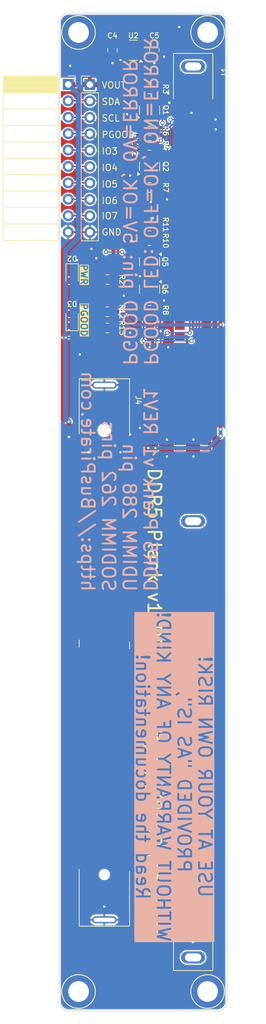
<source format=kicad_pcb>
(kicad_pcb (version 20241229) (generator "pcbnew") (generator_version "9.0")
  (layers (0 "F.Cu" signal) (2 "B.Cu" signal) (13 "F.Paste" user) (15 "B.Paste" user) (5 "F.SilkS" user "F.Silkscreen") (7 "B.SilkS" user "B.Silkscreen") (1 "F.Mask" user) (3 "B.Mask" user) (25 "Edge.Cuts" user))
  (net 0 "")
  (net 1 "BULK_VIN")
  (net 2 "PWR_GOOD_OUT")
  (net 3 "Net-(D3-A)")
  (net 4 "Net-(J2-Pin_6)")
  (net 5 "Net-(J2-Pin_9)")
  (net 6 "Net-(J2-Pin_5)")
  (net 7 "Net-(J2-Pin_8)")
  (net 8 "Net-(J2-Pin_7)")
  (net 9 "SDA")
  (net 10 "SCL")
  (net 11 "Net-(D2-A)")
  (net 12 "HSDA")
  (net 13 "HSCL")
  (net 14 "Net-(Q5-B)")
  (net 15 "Net-(Q5-E)")
  (net 16 "Net-(Q5-C)")
  (net 17 "PWR_GOOD")
  (net 200 "GND")
  (net 201 "+3.3V")
  (footprint "Capacitor_SMD:C_0805_2012Metric" (layer "F.Cu") (at 129.75 26 -90)
    (property "Reference" "C5")
    (property "Value" "10uF/6.3V")
  )
  (footprint "Resistor_SMD:R_0805_2012Metric" (layer "F.Cu") (at 129 53.25 180)
    (property "Reference" "R11")
    (property "Value" "330R")
  )
  (footprint "Package_TO_SOT_SMD:SOT-23" (layer "F.Cu") (at 129 63 -90)
    (property "Reference" "Q6")
    (property "Value" "BC817")
  )
  (footprint "Resistor_SMD:R_0805_2012Metric" (layer "F.Cu") (at 129 32)
    (property "Reference" "R3")
    (property "Value" "10K")
  )
  (footprint "Connector_PinHeader_2.54mm:PinHeader_1x10_P2.54mm_Vertical" (layer "F.Cu") (at 119.75 31.325)
    (property "Reference" "J3" (hide yes))
    (property "Value" "Conn_01x10" (hide yes))
  )
  (footprint "Connector_PinSocket_2.54mm:PinSocket_1x10_P2.54mm_Horizontal" (layer "F.Cu") (at 116.4 31.3)
    (property "Reference" "J2" (hide yes))
    (property "Value" "Conn_01x10" (hide yes))
  )
  (footprint "LED_SMD:LED_0805_2012Metric" (layer "F.Cu") (at 117 67.75 90)
    (property "Reference" "D3")
    (property "Value" "LED")
  )
  (footprint "Package_TO_SOT_SMD:SOT-23" (layer "F.Cu") (at 126.5 26 180)
    (property "Reference" "U2")
    (property "Value" "MCP1700x-330xxTT")
  )
  (footprint "footprints:DDR5 UDIMM GENERIC" (layer "F.Cu") (at 135.75 97.5 -90)
    (property "Reference" "J1")
    (property "Value" "DDR504111002KQ")
  )
  (footprint "Resistor_SMD:R_0805_2012Metric" (layer "F.Cu") (at 129 55.5)
    (property "Reference" "R10")
    (property "Value" "680R")
  )
  (footprint "Resistor_SMD:R_0805_2012Metric" (layer "F.Cu") (at 122.5 69)
    (property "Reference" "R13")
    (property "Value" "6.8K")
  )
  (footprint "Resistor_SMD:R_0805_2012Metric" (layer "F.Cu") (at 129 40.75)
    (property "Reference" "R4")
    (property "Value" "10K")
  )
  (footprint "Package_TO_SOT_SMD:SOT-23" (layer "F.Cu") (at 129 44 90)
    (property "Reference" "Q2")
    (property "Value" "BSS138")
  )
  (footprint "footprints:AMPHENOL_10160554-001SHLF" (layer "F.Cu") (at 122 119.25 -90)
    (property "Reference" "J4")
    (property "Value" "10160554-001SHLF")
  )
  (footprint "Capacitor_SMD:C_0805_2012Metric" (layer "F.Cu") (at 123.25 26 -90)
    (property "Reference" "C4")
    (property "Value" "10uF/6.3V")
  )
  (footprint "Resistor_SMD:R_0805_2012Metric" (layer "F.Cu") (at 122.5 61.5 180)
    (property "Reference" "R2")
    (property "Value" "6.8K" (hide yes))
  )
  (footprint "Package_TO_SOT_SMD:SOT-23" (layer "F.Cu") (at 129 35.25 90)
    (property "Reference" "Q1")
    (property "Value" "BSS138")
  )
  (footprint "Resistor_SMD:R_0805_2012Metric" (layer "F.Cu") (at 122.5 66.5 180)
    (property "Reference" "R12")
    (property "Value" "6.8K")
  )
  (footprint "Package_TO_SOT_SMD:SOT-23" (layer "F.Cu") (at 129 58.75 -90)
    (property "Reference" "Q5")
    (property "Value" "BC807")
  )
  (footprint "LED_SMD:LED_0805_2012Metric" (layer "F.Cu") (at 117 60.75 -90)
    (property "Reference" "D2")
    (property "Value" "LED" (hide yes))
  )
  (footprint "Resistor_SMD:R_0805_2012Metric" (layer "F.Cu") (at 129 47.25 180)
    (property "Reference" "R7")
    (property "Value" "10K")
  )
  (footprint "Resistor_SMD:R_0805_2012Metric" (layer "F.Cu") (at 129 38.5 180)
    (property "Reference" "R6")
    (property "Value" "10K")
  )
  (footprint "Resistor_SMD:R_0805_2012Metric" (layer "F.Cu") (at 129 66.25)
    (property "Reference" "R8")
    (property "Value" "1K")
  )
  (gr_circle (center 118 23.25) (end 120.6 23.25) (stroke (width 0.15)) (fill no) (layer "F.SilkS"))
  (gr_circle (center 118 171.75) (end 120.6 171.75) (stroke (width 0.15)) (fill no) (layer "F.SilkS"))
  (gr_circle (center 138 23.25) (end 140.6 23.25) (stroke (width 0.15)) (fill no) (layer "F.SilkS"))
  (gr_circle (center 138 171.75) (end 140.6 171.75) (stroke (width 0.15)) (fill no) (layer "F.SilkS"))
  (gr_line (start 116.5 20.25) (end 139.5 20.25) (stroke (width 0.1)) (layer "Edge.Cuts"))
  (gr_line (start 115 173.25) (end 115 21.75) (stroke (width 0.1)) (layer "Edge.Cuts"))
  (gr_arc (start 115 21.75) (mid 115.43934 20.68934) (end 116.5 20.25) (stroke (width 0.1)) (layer "Edge.Cuts"))
  (gr_arc (start 141 173.25) (mid 140.56066 174.31066) (end 139.5 174.75) (stroke (width 0.1)) (layer "Edge.Cuts"))
  (gr_line (start 139.5 174.75) (end 116.5 174.75) (stroke (width 0.1)) (layer "Edge.Cuts"))
  (gr_arc (start 116.5 174.75) (mid 115.43934 174.31066) (end 115 173.25) (stroke (width 0.1)) (layer "Edge.Cuts"))
  (gr_line (start 141 21.75) (end 141 173.25) (stroke (width 0.1)) (layer "Edge.Cuts"))
  (gr_arc (start 139.5 20.25) (mid 140.56066 20.68934) (end 141 21.75) (stroke (width 0.1)) (layer "Edge.Cuts"))
  (gr_text "IO7" (at 121.5 52.25 0) (layer "F.SilkS") (effects (font (size 1 1)) (justify left bottom)))
  (gr_text "PGOOD" (at 121.5 39.666665 0) (layer "F.SilkS") (effects (font (size 1 1)) (justify left bottom)))
  (gr_text "SCL" (at 121.5 37.11111 0) (layer "F.SilkS") (effects (font (size 1 1)) (justify left bottom)))
  (gr_text "PWR" (at 118.25 60.75 270) (layer "F.SilkS" knockout) (effects (font (size 1 1) (thickness 0.2) (bold yes)) (justify bottom)))
  (gr_text "GND" (at 121.5 54.75 0) (layer "F.SilkS") (effects (font (size 1 1)) (justify left bottom)))
  (gr_text "IO6" (at 121.5 49.888885 0) (layer "F.SilkS") (effects (font (size 1 1)) (justify left bottom)))
  (gr_text "PGOOD" (at 118.25 67.75 270) (layer "F.SilkS" knockout) (effects (font (size 1 1) (thickness 0.2) (bold yes)) (justify bottom)))
  (gr_text "VOUT" (at 121.5 32 0) (layer "F.SilkS") (effects (font (size 1 1)) (justify left bottom)))
  (gr_text "DDR5 Plank v1 REV1\n" (at 129.75 106.5 270) (layer "F.SilkS") (effects (font (size 2 2) (thickness 0.3))))
  (gr_text "SDA" (at 121.5 34.555555 0) (layer "F.SilkS") (effects (font (size 1 1)) (justify left bottom)))
  (gr_text "IO4\n" (at 121.5 44.777775 0) (layer "F.SilkS") (effects (font (size 1 1)) (justify left bottom)))
  (gr_text "IO5" (at 121.5 47.33333 0) (layer "F.SilkS") (effects (font (size 1 1)) (justify left bottom)))
  (gr_text "IO3" (at 121.5 42.22222 0) (layer "F.SilkS") (effects (font (size 1 1)) (justify left bottom)))
  (gr_text "https://BusPirate.com" (at 129.75 146.25 270) (layer "F.SilkS") (effects (font (size 2 2) (thickness 0.3))))
  (gr_text "USE AT YOUR OWN RISK!\nPROVIDED {dblquote}AS IS{dblquote}, \nWITHOUT WARRANTY OF ANY KIND!\nRead the documentation!" (at 126.75 138.5 270) (layer "B.SilkS" knockout) (effects (font (size 2 2) (thickness 0.3)) (justify bottom mirror)))
  (gr_text "PGOOD LED: OFF=OK, ON=ERROR\nPGOOD pin: 5V=OK, 0V=ERROR" (at 124.75 75 270) (layer "B.SilkS") (effects (font (size 2 2) (thickness 0.3)) (justify left bottom mirror)))
  (gr_text "DDR5 Plank v1 REV1\nUDIMM 288 pin\nSODIMM 262 pins\nhttps://BusPirate.com" (at 118.25 110 270) (layer "B.SilkS") (effects (font (size 2 2) (thickness 0.3)) (justify left bottom mirror)))
  (segment (start 119.75 31.325) (end 122.675 31.325) (width 0.8128) (layer "F.Cu") (net 1))
  (segment (start 133.7 32.2) (end 133.7 34.175) (width 0.8128) (layer "F.Cu") (net 1))
  (segment (start 119.75 31.325) (end 119.75 27.25) (width 0.6096) (layer "F.Cu") (net 1))
  (segment (start 131 33.25) (end 129.9125 32.1625) (width 0.2032) (layer "F.Cu") (net 1))
  (segment (start 129.9125 29.5875) (end 130 29.5) (width 0.2032) (layer "F.Cu") (net 1))
  (segment (start 116.5 84.475) (end 117.9 85.875) (width 0.8128) (layer "F.Cu") (net 1))
  (segment (start 124.6125 25.05) (end 125.5625 26) (width 0.6096) (layer "F.Cu") (net 1))
  (segment (start 129.9125 32.1625) (end 129.9125 32) (width 0.2032) (layer "F.Cu") (net 1))
  (segment (start 137.8 35.025) (end 137.8 34.175) (width 0.8128) (layer "F.Cu") (net 1))
  (segment (start 133.7 34.175) (end 137.8 34.175) (width 0.8128) (layer "F.Cu") (net 1))
  (segment (start 123.4125 69.16875) (end 122.08125 70.5) (width 0.2032) (layer "F.Cu") (net 1))
  (segment (start 123.4125 69) (end 123.4125 69.16875) (width 0.2032) (layer "F.Cu") (net 1))
  (segment (start 124.5 29.5) (end 130 29.5) (width 0.8128) (layer "F.Cu") (net 1))
  (segment (start 121.95 25.05) (end 123.25 25.05) (width 0.6096) (layer "F.Cu") (net 1))
  (segment (start 122.675 31.325) (end 124.5 29.5) (width 0.8128) (layer "F.Cu") (net 1))
  (segment (start 129.9125 32) (end 129.9125 29.5875) (width 0.2032) (layer "F.Cu") (net 1))
  (segment (start 123.25 25.05) (end 124.6125 25.05) (width 0.6096) (layer "F.Cu") (net 1))
  (segment (start 130 40.75) (end 130.75 40) (width 0.2032) (layer "F.Cu") (net 1))
  (segment (start 116.4 31.3) (end 119.725 31.3) (width 0.8128) (layer "F.Cu") (net 1))
  (segment (start 119.75 27.25) (end 121.95 25.05) (width 0.6096) (layer "F.Cu") (net 1))
  (segment (start 116.5 83.5) (end 116.5 84.475) (width 0.8128) (layer "F.Cu") (net 1))
  (segment (start 130 29.5) (end 131 29.5) (width 0.8128) (layer "F.Cu") (net 1))
  (segment (start 131 29.5) (end 133.7 32.2) (width 0.8128) (layer "F.Cu") (net 1))
  (segment (start 129.9125 40.75) (end 130 40.75) (width 0.2032) (layer "F.Cu") (net 1))
  (segment (start 122.08125 70.5) (end 116 70.5) (width 0.2032) (layer "F.Cu") (net 1))
  (segment (start 131 37.25) (end 131 33.25) (width 0.2032) (layer "F.Cu") (net 1))
  (segment (start 119.725 31.3) (end 119.75 31.325) (width 0.8128) (layer "F.Cu") (net 1))
  (via (at 116.5 83.5) (size 0.6548) (drill 0.35) (layers "F.Cu" "B.Cu") (net 1))
  (via (at 131 37.25) (size 0.6548) (drill 0.35) (layers "F.Cu" "B.Cu") (net 1))
  (via (at 116 70.5) (size 0.6548) (drill 0.35) (layers "F.Cu" "B.Cu") (net 1))
  (via (at 130.75 40) (size 0.6548) (drill 0.35) (layers "F.Cu" "B.Cu") (net 1))
  (segment (start 131 39.75) (end 130.75 40) (width 0.2032) (layer "B.Cu") (net 1))
  (segment (start 118 55) (end 116 57) (width 0.8128) (layer "B.Cu") (net 1))
  (segment (start 116 70.5) (end 116 83) (width 0.8128) (layer "B.Cu") (net 1))
  (segment (start 118 32.9) (end 118 55) (width 0.8128) (layer "B.Cu") (net 1))
  (segment (start 116 57) (end 116 63.5) (width 0.8128) (layer "B.Cu") (net 1))
  (segment (start 116 63.5) (end 116 70.5) (width 0.8128) (layer "B.Cu") (net 1))
  (segment (start 116.4 31.3) (end 118 32.9) (width 0.8128) (layer "B.Cu") (net 1))
  (segment (start 116 83) (end 116.5 83.5) (width 0.8128) (layer "B.Cu") (net 1))
  (segment (start 131 37.25) (end 131 39.75) (width 0.2032) (layer "B.Cu") (net 1))
  (segment (start 126.25 66.25) (end 124.75 67.75) (width 0.2032) (layer "F.Cu") (net 2))
  (segment (start 122.25 41.445) (end 119.75 38.945) (width 0.2032) (layer "F.Cu") (net 2))
  (segment (start 126.25 63.9375) (end 126.25 58.75) (width 0.2032) (layer "F.Cu") (net 2))
  (segment (start 117.3125 69) (end 117 68.6875) (width 0.2032) (layer "F.Cu") (net 2))
  (segment (start 122.8375 67.75) (end 121.5875 69) (width 0.2032) (layer "F.Cu") (net 2))
  (segment (start 126.25 58.75) (end 124.75 57.25) (width 0.2032) (layer "F.Cu") (net 2))
  (segment (start 121.5875 69) (end 117.3125 69) (width 0.2032) (layer "F.Cu") (net 2))
  (segment (start 124.75 67.75) (end 122.8375 67.75) (width 0.2032) (layer "F.Cu") (net 2))
  (segment (start 116.4 38.92) (end 119.725 38.92) (width 0.2032) (layer "F.Cu") (net 2))
  (segment (start 126.25 63.9375) (end 126.25 66.25) (width 0.2032) (layer "F.Cu") (net 2))
  (segment (start 122.25 57.25) (end 122.25 41.445) (width 0.2032) (layer "F.Cu") (net 2))
  (segment (start 119.725 38.92) (end 119.75 38.945) (width 0.2032) (layer "F.Cu") (net 2))
  (segment (start 129 63.9375) (end 126.25 63.9375) (width 0.2032) (layer "F.Cu") (net 2))
  (via (at 124.75 57.25) (size 0.6548) (drill 0.35) (layers "F.Cu" "B.Cu") (net 2))
  (via (at 122.25 57.25) (size 0.6548) (drill 0.35) (layers "F.Cu" "B.Cu") (net 2))
  (segment (start 124.75 57.25) (end 122.25 57.25) (width 0.2032) (layer "B.Cu") (net 2))
  (segment (start 121.5875 66.5) (end 117.3125 66.5) (width 0.2032) (layer "F.Cu") (net 3))
  (segment (start 117.3125 66.5) (end 117 66.8125) (width 0.2032) (layer "F.Cu") (net 3))
  (segment (start 119.725 44) (end 119.75 44.025) (width 0.2032) (layer "F.Cu") (net 4))
  (segment (start 116.4 44) (end 119.725 44) (width 0.2032) (layer "F.Cu") (net 4))
  (segment (start 119.725 51.62) (end 119.75 51.645) (width 0.2032) (layer "F.Cu") (net 5))
  (segment (start 116.4 51.62) (end 119.725 51.62) (width 0.2032) (layer "F.Cu") (net 5))
  (segment (start 119.725 41.46) (end 119.75 41.485) (width 0.2032) (layer "F.Cu") (net 6))
  (segment (start 116.4 41.46) (end 119.725 41.46) (width 0.2032) (layer "F.Cu") (net 6))
  (segment (start 119.725 49.08) (end 119.75 49.105) (width 0.2032) (layer "F.Cu") (net 7))
  (segment (start 116.4 49.08) (end 119.725 49.08) (width 0.2032) (layer "F.Cu") (net 7))
  (segment (start 116.4 46.54) (end 119.725 46.54) (width 0.2032) (layer "F.Cu") (net 8))
  (segment (start 119.725 46.54) (end 119.75 46.565) (width 0.2032) (layer "F.Cu") (net 8))
  (segment (start 128.0875 32.3375) (end 128.0875 32) (width 0.2032) (layer "F.Cu") (net 9))
  (segment (start 125 32) (end 128.0875 32) (width 0.2032) (layer "F.Cu") (net 9))
  (segment (start 119.725 33.84) (end 119.75 33.865) (width 0.2032) (layer "F.Cu") (net 9))
  (segment (start 129 33.25) (end 128.0875 32.3375) (width 0.2032) (layer "F.Cu") (net 9))
  (segment (start 129 34.3125) (end 129 33.25) (width 0.2032) (layer "F.Cu") (net 9))
  (segment (start 119.75 33.865) (end 123.135 33.865) (width 0.2032) (layer "F.Cu") (net 9))
  (segment (start 123.135 33.865) (end 125 32) (width 0.2032) (layer "F.Cu") (net 9))
  (segment (start 116.4 33.84) (end 119.725 33.84) (width 0.2032) (layer "F.Cu") (net 9))
  (segment (start 119.75 36.405) (end 124.095 40.75) (width 0.2032) (layer "F.Cu") (net 10))
  (segment (start 129 42) (end 128.0875 41.0875) (width 0.2032) (layer "F.Cu") (net 10))
  (segment (start 129 43.0625) (end 129 42) (width 0.2032) (layer "F.Cu") (net 10))
  (segment (start 124.095 40.75) (end 128.0875 40.75) (width 0.2032) (layer "F.Cu") (net 10))
  (segment (start 116.4 36.38) (end 119.725 36.38) (width 0.2032) (layer "F.Cu") (net 10))
  (segment (start 128.0875 41.0875) (end 128.0875 40.75) (width 0.2032) (layer "F.Cu") (net 10))
  (segment (start 119.725 36.38) (end 119.75 36.405) (width 0.2032) (layer "F.Cu") (net 10))
  (segment (start 117 61.6875) (end 121.4 61.6875) (width 0.2032) (layer "F.Cu") (net 11))
  (segment (start 121.4 61.6875) (end 121.5875 61.5) (width 0.2032) (layer "F.Cu") (net 11))
  (segment (start 126.1 87.125) (end 127.875 87.125) (width 0.2032) (layer "F.Cu") (net 12))
  (segment (start 130.75 70.75) (end 131.75 69.75) (width 0.2032) (layer "F.Cu") (net 12))
  (segment (start 127.875 87.125) (end 130.75 84.25) (width 0.2032) (layer "F.Cu") (net 12))
  (segment (start 129.95 38.4625) (end 129.9125 38.5) (width 0.2032) (layer "F.Cu") (net 12))
  (segment (start 130.75 84.25) (end 130.75 70.75) (width 0.2032) (layer "F.Cu") (net 12))
  (segment (start 132.425 37.575) (end 131.5 38.5) (width 0.2032) (layer "F.Cu") (net 12))
  (segment (start 131.5 38.5) (end 129.9125 38.5) (width 0.2032) (layer "F.Cu") (net 12))
  (segment (start 134.6532 37.575) (end 133.7 37.575) (width 0.2032) (layer "F.Cu") (net 12))
  (segment (start 135.25 38.1718) (end 134.6532 37.575) (width 0.2032) (layer "F.Cu") (net 12))
  (segment (start 133.7 37.575) (end 132.425 37.575) (width 0.2032) (layer "F.Cu") (net 12))
  (segment (start 129.95 36.1875) (end 129.95 38.4625) (width 0.2032) (layer "F.Cu") (net 12))
  (segment (start 135.25 69.75) (end 135.25 38.1718) (width 0.2032) (layer "F.Cu") (net 12))
  (via (at 131.75 69.75) (size 0.6548) (drill 0.35) (layers "F.Cu" "B.Cu") (net 12))
  (via (at 135.25 69.75) (size 0.6548) (drill 0.35) (layers "F.Cu" "B.Cu") (net 12))
  (segment (start 131.75 69.75) (end 135.25 69.75) (width 0.2032) (layer "B.Cu") (net 12))
  (segment (start 129.95 43.8) (end 129.95 44.9375) (width 0.2032) (layer "F.Cu") (net 13))
  (segment (start 133.675 36.75) (end 133.7 36.725) (width 0.2032) (layer "F.Cu") (net 13))
  (segment (start 130 68.75) (end 132 66.75) (width 0.2032) (layer "F.Cu") (net 13))
  (segment (start 132 66.75) (end 132 51) (width 0.2032) (layer "F.Cu") (net 13))
  (segment (start 132 51) (end 129.9125 48.9125) (width 0.2032) (layer "F.Cu") (net 13))
  (segment (start 127.375 86.625) (end 130 84) (width 0.2032) (layer "F.Cu") (net 13))
  (segment (start 131.75 41) (end 131.75 42) (width 0.2032) (layer "F.Cu") (net 13))
  (segment (start 129.9125 48.9125) (end 129.9125 47.25) (width 0.2032) (layer "F.Cu") (net 13))
  (segment (start 131.75 42) (end 129.95 43.8) (width 0.2032) (layer "F.Cu") (net 13))
  (segment (start 129.95 44.9375) (end 129.95 47.2125) (width 0.2032) (layer "F.Cu") (net 13))
  (segment (start 132.25 36.75) (end 133.675 36.75) (width 0.2032) (layer "F.Cu") (net 13))
  (segment (start 129.95 47.2125) (end 129.9125 47.25) (width 0.2032) (layer "F.Cu") (net 13))
  (segment (start 130 84) (end 130 68.75) (width 0.2032) (layer "F.Cu") (net 13))
  (segment (start 126.1 86.625) (end 127.375 86.625) (width 0.2032) (layer "F.Cu") (net 13))
  (via (at 132.25 36.75) (size 0.6548) (drill 0.35) (layers "F.Cu" "B.Cu") (net 13))
  (via (at 131.75 41) (size 0.6548) (drill 0.35) (layers "F.Cu" "B.Cu") (net 13))
  (segment (start 131.75 41) (end 132.25 40.5) (width 0.2032) (layer "B.Cu") (net 13))
  (segment (start 132.25 40.5) (end 132.25 36.75) (width 0.2032) (layer "B.Cu") (net 13))
  (segment (start 131 60) (end 131 63) (width 0.2032) (layer "F.Cu") (net 14))
  (segment (start 129.9125 64.0875) (end 129.9125 66.25) (width 0.2032) (layer "F.Cu") (net 14))
  (segment (start 129.95 57.8125) (end 129.95 58.95) (width 0.2032) (layer "F.Cu") (net 14))
  (segment (start 131 63) (end 129.9125 64.0875) (width 0.2032) (layer "F.Cu") (net 14))
  (segment (start 129.95 58.95) (end 131 60) (width 0.2032) (layer "F.Cu") (net 14))
  (segment (start 128.05 57.8125) (end 128.05 55.5375) (width 0.2032) (layer "F.Cu") (net 15))
  (segment (start 128.05 55.5375) (end 128.0875 55.5) (width 0.2032) (layer "F.Cu") (net 15))
  (segment (start 128.0875 53.25) (end 128.0875 55.5) (width 0.2032) (layer "F.Cu") (net 15))
  (segment (start 129 59.6875) (end 129 61.1125) (width 0.2032) (layer "F.Cu") (net 16))
  (segment (start 129 61.1125) (end 129.95 62.0625) (width 0.2032) (layer "F.Cu") (net 16))
  (segment (start 136.8468 35.875) (end 137.8 35.875) (width 0.2032) (layer "F.Cu") (net 17))
  (segment (start 136.25 36.4718) (end 136.8468 35.875) (width 0.2032) (layer "F.Cu") (net 17))
  (segment (start 128.0875 81.1625) (end 121.875 87.375) (width 0.2032) (layer "F.Cu") (net 17))
  (segment (start 136.25 70.25) (end 136.25 36.4718) (width 0.2032) (layer "F.Cu") (net 17))
  (segment (start 128.0875 71) (end 128.0875 81.1625) (width 0.2032) (layer "F.Cu") (net 17))
  (segment (start 128.0875 71) (end 128.0875 66.25) (width 0.2032) (layer "F.Cu") (net 17))
  (segment (start 135.5 71) (end 136.25 70.25) (width 0.2032) (layer "F.Cu") (net 17))
  (segment (start 121.875 87.375) (end 117.9 87.375) (width 0.2032) (layer "F.Cu") (net 17))
  (via (at 135.5 71) (size 0.6548) (drill 0.35) (layers "F.Cu" "B.Cu") (net 17))
  (via (at 128.0875 71) (size 0.6548) (drill 0.35) (layers "F.Cu" "B.Cu") (net 17))
  (segment (start 128.0875 71) (end 135.5 71) (width 0.2032) (layer "B.Cu") (net 17))
  (segment (start 123.95 26.95) (end 124.5 27.5) (width 0.6096) (layer "F.Cu") (net 200))
  (segment (start 129.75 26.95) (end 129.75 28) (width 0.6096) (layer "F.Cu") (net 200))
  (segment (start 128.05 62.0625) (end 128.05 61.55) (width 0.6096) (layer "F.Cu") (net 200))
  (segment (start 129.75 26.95) (end 131.2 26.95) (width 0.6096) (layer "F.Cu") (net 200))
  (segment (start 124.625 88.125) (end 124.5 88.25) (width 0.3048) (layer "F.Cu") (net 200))
  (segment (start 128.05 61.55) (end 127.5 61) (width 0.6096) (layer "F.Cu") (net 200))
  (segment (start 123.25 26.95) (end 123.95 26.95) (width 0.6096) (layer "F.Cu") (net 200))
  (segment (start 131.2 26.95) (end 131.25 27) (width 0.6096) (layer "F.Cu") (net 200))
  (segment (start 129.9125 53.25) (end 129.9125 52.4125) (width 0.6096) (layer "F.Cu") (net 200))
  (segment (start 119.125 87.875) (end 119.5 88.25) (width 0.3048) (layer "F.Cu") (net 200))
  (segment (start 126.1 86.125) (end 126.1 85.6) (width 0.3048) (layer "F.Cu") (net 200))
  (segment (start 139.225 36.725) (end 137.8 36.725) (width 0.6096) (layer "F.Cu") (net 200))
  (segment (start 117 59.8125) (end 117 59.25) (width 0.6096) (layer "F.Cu") (net 200))
  (segment (start 117 59.25) (end 117.75 58.5) (width 0.6096) (layer "F.Cu") (net 200))
  (segment (start 139.075 38.425) (end 137.8 38.425) (width 0.6096) (layer "F.Cu") (net 200))
  (segment (start 123.25 26.95) (end 123.25 28) (width 0.6096) (layer "F.Cu") (net 200))
  (segment (start 126.1 85.6) (end 126 85.5) (width 0.3048) (layer "F.Cu") (net 200))
  (segment (start 126.1 88.125) (end 124.625 88.125) (width 0.3048) (layer "F.Cu") (net 200))
  (segment (start 117.9 87.875) (end 119.125 87.875) (width 0.3048) (layer "F.Cu") (net 200))
  (segment (start 139.25 38.25) (end 139.075 38.425) (width 0.6096) (layer "F.Cu") (net 200))
  (segment (start 127.4375 26.95) (end 129.75 26.95) (width 0.6096) (layer "F.Cu") (net 200))
  (segment (start 129.9125 52.4125) (end 129.5 52) (width 0.6096) (layer "F.Cu") (net 200))
  (via (at 139.25 38.25) (size 0.6548) (drill 0.35) (layers "F.Cu" "B.Cu") (net 200))
  (via (at 120 56.75) (size 0.6548) (drill 0.35) (layers "F.Cu" "B.Cu") (net 200))
  (via (at 129.5 52) (size 0.6548) (drill 0.35) (layers "F.Cu" "B.Cu") (net 200))
  (via (at 129 72) (size 0.6548) (drill 0.35) (layers "F.Cu" "B.Cu") (net 200))
  (via (at 119.5 88.25) (size 0.6548) (drill 0.35) (layers "F.Cu" "B.Cu") (net 200))
  (via (at 135.8 86.3) (size 0.6548) (drill 0.35) (layers "F.Cu" "B.Cu") (net 200))
  (via (at 135.7 164.1) (size 0.6548) (drill 0.35) (layers "F.Cu" "B.Cu") (net 200))
  (via (at 127.5 84.5) (size 0.6548) (drill 0.35) (layers "F.Cu" "B.Cu") (net 200))
  (via (at 118 171.75) (size 3.4) (drill 3.2) (layers "F.Cu" "B.Cu") (net 200))
  (via (at 139.225 36.725) (size 0.6548) (drill 0.35) (layers "F.Cu" "B.Cu") (net 200))
  (via (at 118.2 73.1) (size 0.6548) (drill 0.35) (layers "F.Cu" "B.Cu") (net 200))
  (via (at 129.75 28) (size 0.6548) (drill 0.35) (layers "F.Cu" "B.Cu") (net 200))
  (via (at 131.7 86.3) (size 0.6548) (drill 0.35) (layers "F.Cu" "B.Cu") (net 200))
  (via (at 126 69.75) (size 0.6548) (drill 0.35) (layers "F.Cu" "B.Cu") (net 200))
  (via (at 131.25 64.75) (size 0.6548) (drill 0.35) (layers "F.Cu" "B.Cu") (net 200))
  (via (at 124.5 88.25) (size 0.6548) (drill 0.35) (layers "F.Cu" "B.Cu") (net 200))
  (via (at 131.25 27) (size 0.6548) (drill 0.35) (layers "F.Cu" "B.Cu") (net 200))
  (via (at 131.9 32.7) (size 0.6548) (drill 0.35) (layers "F.Cu" "B.Cu") (net 200))
  (via (at 125 64) (size 0.6548) (drill 0.35) (layers "F.Cu" "B.Cu") (net 200))
  (via (at 135.8 88.9) (size 0.6548) (drill 0.35) (layers "F.Cu" "B.Cu") (net 200))
  (via (at 129.2 49.5) (size 0.6548) (drill 0.35) (layers "F.Cu" "B.Cu") (net 200))
  (via (at 138 23.25) (size 3.4) (drill 3.2) (layers "F.Cu" "B.Cu") (net 200))
  (via (at 117.75 58.5) (size 0.6548) (drill 0.35) (layers "F.Cu" "B.Cu") (net 200))
  (via (at 131.7 88.9) (size 0.6548) (drill 0.35) (layers "F.Cu" "B.Cu") (net 200))
  (via (at 122 158.6) (size 0.6548) (drill 0.35) (layers "F.Cu" "B.Cu") (net 200))
  (via (at 138 171.75) (size 3.4) (drill 3.2) (layers "F.Cu" "B.Cu") (net 200))
  (via (at 131.9 72) (size 0.6548) (drill 0.35) (layers "F.Cu" "B.Cu") (net 200))
  (via (at 127.5 61) (size 0.6548) (drill 0.35) (layers "F.Cu" "B.Cu") (net 200))
  (via (at 131.7 49.1) (size 0.6548) (drill 0.35) (layers "F.Cu" "B.Cu") (net 200))
  (via (at 135.5 35.7) (size 0.6548) (drill 0.35) (layers "F.Cu" "B.Cu") (net 200))
  (via (at 118 23.25) (size 3.4) (drill 3.2) (layers "F.Cu" "B.Cu") (net 200))
  (via (at 116.7 28.4) (size 0.6548) (drill 0.35) (layers "F.Cu" "B.Cu") (net 200))
  (via (at 120.75 58.2) (size 0.6548) (drill 0.35) (layers "F.Cu" "B.Cu") (net 200))
  (via (at 123.25 28) (size 0.6548) (drill 0.35) (layers "F.Cu" "B.Cu") (net 200))
  (via (at 130.75 69.5) (size 0.6548) (drill 0.35) (layers "F.Cu" "B.Cu") (net 200))
  (via (at 126 85.5) (size 0.6548) (drill 0.35) (layers "F.Cu" "B.Cu") (net 200))
  (via (at 124.5 27.5) (size 0.6548) (drill 0.35) (layers "F.Cu" "B.Cu") (net 200))
  (via (at 125.5 35.9) (size 0.6548) (drill 0.35) (layers "F.Cu" "B.Cu") (net 200))
  (via (at 126.2 55.5) (size 0.6548) (drill 0.35) (layers "F.Cu" "B.Cu") (net 200))
  (via (at 133.6 22.4) (size 0.6548) (drill 0.35) (layers "F.Cu" "B.Cu") (net 200))
  (via (at 126 45.4) (size 0.6548) (drill 0.35) (layers "F.Cu" "B.Cu") (net 200))
  (segment (start 128.0875 50.5) (end 129.75 50.5) (width 0.2032) (layer "F.Cu") (net 201))
  (segment (start 123.4125 66.5) (end 123.4125 61.5) (width 0.6096) (layer "F.Cu") (net 201))
  (segment (start 140 68.5) (end 140 84.7) (width 0.6096) (layer "F.Cu") (net 201))
  (segment (start 129.75 50.5) (end 131.25 52) (width 0.2032) (layer "F.Cu") (net 201))
  (segment (start 140 39.25) (end 139.975 39.275) (width 0.6096) (layer "F.Cu") (net 201))
  (segment (start 140 84.7) (end 140 85.75) (width 0.6096) (layer "F.Cu") (net 201))
  (segment (start 128.05 44.3) (end 126.75 43) (width 0.6096) (layer "F.Cu") (net 201))
  (segment (start 126.75 39.25) (end 127.3375 39.25) (width 0.6096) (layer "F.Cu") (net 201))
  (segment (start 128.0875 44.975) (end 128.05 44.9375) (width 0.6096) (layer "F.Cu") (net 201))
  (segment (start 135.55 25.05) (end 140.25 29.75) (width 0.6096) (layer "F.Cu") (net 201))
  (segment (start 140.25 39) (end 140 39.25) (width 0.6096) (layer "F.Cu") (net 201))
  (segment (start 127.4375 25.05) (end 129.75 25.05) (width 0.6096) (layer "F.Cu") (net 201))
  (segment (start 129.75 25.05) (end 135.55 25.05) (width 0.6096) (layer "F.Cu") (net 201))
  (segment (start 128.0875 50.5) (end 123.4125 55.175) (width 0.6096) (layer "F.Cu") (net 201))
  (segment (start 131.25 52) (end 131.25 54.1625) (width 0.2032) (layer "F.Cu") (net 201))
  (segment (start 127.3375 39.25) (end 128.0875 38.5) (width 0.6096) (layer "F.Cu") (net 201))
  (segment (start 140 39.25) (end 140 68.5) (width 0.6096) (layer "F.Cu") (net 201))
  (segment (start 123.4125 55.175) (end 123.4125 61.5) (width 0.6096) (layer "F.Cu") (net 201))
  (segment (start 126.75 43) (end 126.75 42) (width 0.6096) (layer "F.Cu") (net 201))
  (segment (start 128.05 36.1875) (end 128.05 38.4625) (width 0.6096) (layer "F.Cu") (net 201))
  (segment (start 139.975 39.275) (end 137.8 39.275) (width 0.6096) (layer "F.Cu") (net 201))
  (segment (start 128.0875 47.25) (end 128.0875 44.975) (width 0.6096) (layer "F.Cu") (net 201))
  (segment (start 128.0875 50.5) (end 128.0875 47.25) (width 0.6096) (layer "F.Cu") (net 201))
  (segment (start 124.5 66.5) (end 123.4125 66.5) (width 0.6096) (layer "F.Cu") (net 201))
  (segment (start 131.25 54.1625) (end 129.9125 55.5) (width 0.2032) (layer "F.Cu") (net 201))
  (segment (start 140.25 29.75) (end 140.25 39) (width 0.6096) (layer "F.Cu") (net 201))
  (segment (start 128.05 38.4625) (end 128.0875 38.5) (width 0.6096) (layer "F.Cu") (net 201))
  (segment (start 128.05 44.9375) (end 128.05 44.3) (width 0.6096) (layer "F.Cu") (net 201))
  (via (at 140 84.7) (size 0.6548) (drill 0.35) (layers "F.Cu" "B.Cu") (net 201))
  (via (at 140 85.75) (size 0.6548) (drill 0.35) (layers "F.Cu" "B.Cu") (net 201))
  (via (at 128.8 87.6) (size 0.6548) (drill 0.35) (layers "F.Cu" "B.Cu") (net 201))
  (via (at 129.9 87.6) (size 0.6548) (drill 0.35) (layers "F.Cu" "B.Cu") (net 201))
  (via (at 140 68.5) (size 0.6548) (drill 0.35) (layers "F.Cu" "B.Cu") (net 201))
  (via (at 124.5 66.5) (size 0.6548) (drill 0.35) (layers "F.Cu" "B.Cu") (net 201))
  (via (at 126.75 39.25) (size 0.6548) (drill 0.35) (layers "F.Cu" "B.Cu") (net 201))
  (via (at 126.75 42) (size 0.6548) (drill 0.35) (layers "F.Cu" "B.Cu") (net 201))
  (segment (start 140 85.75) (end 140 84.7) (width 0.6096) (layer "B.Cu") (net 201))
  (segment (start 140 68.5) (end 126.5 68.5) (width 0.6096) (layer "B.Cu") (net 201))
  (segment (start 128.8 87.6) (end 129.9 87.6) (width 0.6096) (layer "B.Cu") (net 201))
  (segment (start 126.5 68.5) (end 124.5 66.5) (width 0.6096) (layer "B.Cu") (net 201))
  (segment (start 126.75 42) (end 126.75 39.25) (width 0.6096) (layer "B.Cu") (net 201))
  (segment (start 138.15 87.6) (end 140 85.75) (width 0.6096) (layer "B.Cu") (net 201))
  (segment (start 129.9 87.6) (end 138.15 87.6) (width 0.6096) (layer "B.Cu") (net 201))
  (zone (net 201) (net_name "+3.3V") (layer "F.Cu") (priority 1) (connect_pads yes (clearance 0.2)) (min_thickness 0.2) (fill yes (thermal_gap 0.5) (thermal_bridge_width 0.5) (smoothing fillet) (radius 0.25))
    (polygon (pts (xy 125.2 87.4) (xy 128 87.4) (xy 128.6 86.8) (xy 130.3 86.8) (xy 130.3 88.4) (xy 127.5 88.4) (xy 127 87.9) (xy 125.2 87.9)))
  )
  (zone (net 200) (net_name "GND") (layers "F.Cu" "B.Cu") (connect_pads thru_hole_only (clearance 0.2)) (min_thickness 0.25) (fill yes (thermal_gap 0.3) (thermal_bridge_width 0.3))
    (polygon (pts (xy 115 20.25) (xy 141 20.25) (xy 141 174.75) (xy 115 174.75)))
  )
)
</source>
